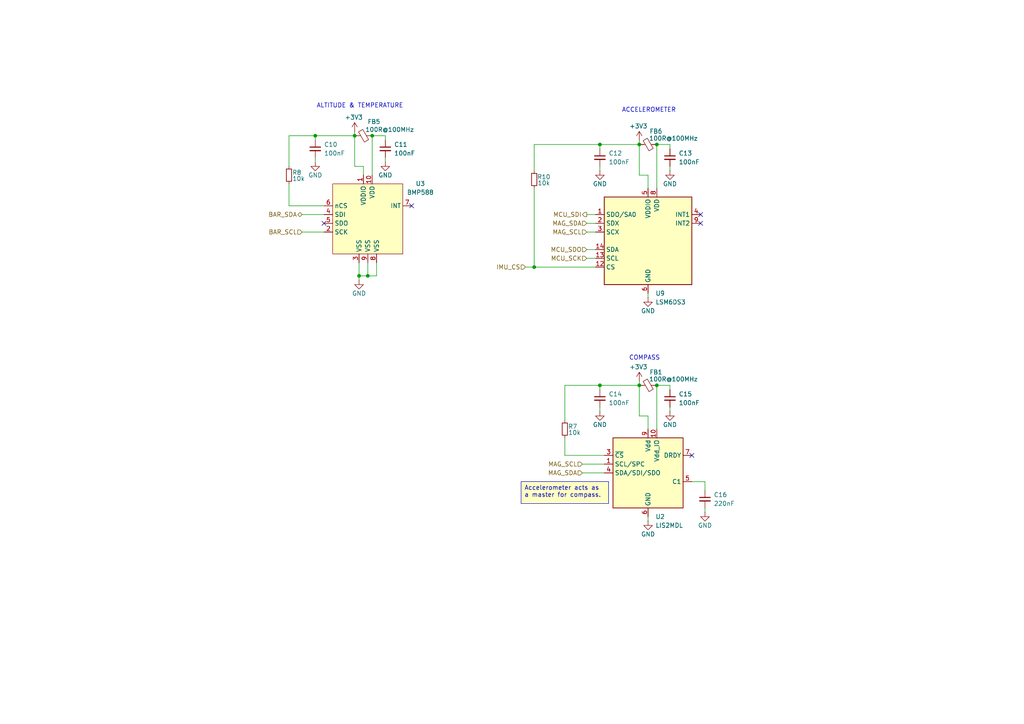
<source format=kicad_sch>
(kicad_sch (version 20250114) (generator "eeschema") (generator_version "9.0")
  (paper "A4")
  (lib_symbols
    (symbol "Device:C_Small" (pin_numbers (hide yes)) (pin_names (offset 0.254) (hide yes))
      (property "Reference" "C" (at 0.254 1.778 0))
      (property "Value" "C_Small" (at 0.254 -2.032 0))
      (symbol "C_Small_0_1"
        (polyline (pts (xy -1.524 0.508) (xy 1.524 0.508)) (stroke (width 0.3048)))
        (polyline (pts (xy -1.524 -0.508) (xy 1.524 -0.508)) (stroke (width 0.3302)))
      )
      (symbol "C_Small_1_1"
        (pin passive line (at 0 2.54 270) (length 2.032) (name "~") (number "1"))
        (pin passive line (at 0 -2.54 90) (length 2.032) (name "~") (number "2"))
      )
    )
    (symbol "Device:FerriteBead_Small" (pin_numbers (hide yes)) (pin_names (offset 0))
      (property "Reference" "FB" (at 1.905 1.27 0))
      (property "Value" "FerriteBead_Small" (at 1.905 -1.27 0))
      (symbol "FerriteBead_Small_0_1"
        (polyline (pts (xy -1.8288 0.2794) (xy -1.1176 1.4986) (xy 1.8288 -0.2032) (xy 1.1176 -1.4224) (xy -1.8288 0.2794)))
        (polyline (pts (xy 0 0.889) (xy 0 1.2954)))
        (polyline (pts (xy 0 -1.27) (xy 0 -0.7874)))
      )
      (symbol "FerriteBead_Small_1_1"
        (pin passive line (at 0 2.54 270) (length 1.27) (name "~") (number "1"))
        (pin passive line (at 0 -2.54 90) (length 1.27) (name "~") (number "2"))
      )
    )
    (symbol "Device:R_Small" (pin_numbers (hide yes)) (pin_names (offset 0.254) (hide yes))
      (property "Reference" "R" (at 0.762 0.508 0))
      (property "Value" "R_Small" (at 0.762 -1.016 0))
      (symbol "R_Small_0_1"
        (rectangle (start -0.762 1.778) (end 0.762 -1.778) (stroke (width 0.2032)))
      )
      (symbol "R_Small_1_1"
        (pin passive line (at 0 2.54 270) (length 0.762) (name "~") (number "1"))
        (pin passive line (at 0 -2.54 90) (length 0.762) (name "~") (number "2"))
      )
    )
    (symbol "Sensor_Magnetic:LIS2MDL"
      (property "Reference" "U" (at -8.89 11.43 0))
      (property "Value" "LIS2MDL" (at 7.62 11.43 0))
      (symbol "LIS2MDL_0_1"
        (rectangle (start -10.16 10.16) (end 10.16 -10.16) (stroke (width 0.254)) (fill (type background)))
      )
      (symbol "LIS2MDL_1_1"
        (pin input line (at -12.7 5.08 0) (length 2.54) (name "~{CS}") (number "3"))
        (pin input line (at -12.7 2.54 0) (length 2.54) (name "SCL/SPC") (number "1"))
        (pin bidirectional line (at -12.7 0 0) (length 2.54) (name "SDA/SDI/SDO") (number "4"))
        (pin no_connect line (at -10.16 -5.08 0) (length 2.54) (hide yes) (name "NC") (number "2"))
        (pin no_connect line (at -10.16 -7.62 0) (length 2.54) (hide yes) (name "NC") (number "11"))
        (pin power_in line (at 0 12.7 270) (length 2.54) (name "Vdd") (number "9"))
        (pin power_in line (at 0 -12.7 90) (length 2.54) (name "GND") (number "6"))
        (pin passive line (at 0 -12.7 90) (length 2.54) (hide yes) (name "GND") (number "8"))
        (pin power_in line (at 2.54 12.7 270) (length 2.54) (name "Vdd_IO") (number "10"))
        (pin no_connect line (at 10.16 -7.62 180) (length 2.54) (hide yes) (name "NC") (number "12"))
        (pin output line (at 12.7 5.08 180) (length 2.54) (name "DRDY") (number "7"))
        (pin power_out line (at 12.7 -2.54 180) (length 2.54) (name "C1") (number "5"))
      )
    )
    (symbol "Sensor_Motion:LSM6DS3"
      (property "Reference" "U" (at -11.43 15.24 0))
      (property "Value" "LSM6DS3" (at -11.43 12.7 0))
      (symbol "LSM6DS3_0_1"
        (rectangle (start -12.7 12.7) (end 12.7 -12.7) (stroke (width 0.254)) (fill (type background)))
      )
      (symbol "LSM6DS3_1_1"
        (pin bidirectional line (at -15.24 7.62 0) (length 2.54) (name "SDO/SA0") (number "1"))
        (pin bidirectional line (at -15.24 5.08 0) (length 2.54) (name "SDX") (number "2"))
        (pin input line (at -15.24 2.54 0) (length 2.54) (name "SCX") (number "3"))
        (pin bidirectional line (at -15.24 -2.54 0) (length 2.54) (name "SDA") (number "14"))
        (pin input line (at -15.24 -5.08 0) (length 2.54) (name "SCL") (number "13"))
        (pin input line (at -15.24 -7.62 0) (length 2.54) (name "CS") (number "12"))
        (pin power_in line (at 0 15.24 270) (length 2.54) (name "VDDIO") (number "5"))
        (pin power_in line (at 0 -15.24 90) (length 2.54) (name "GND") (number "6"))
        (pin passive line (at 0 -15.24 90) (length 2.54) (hide yes) (name "GND") (number "7"))
        (pin power_in line (at 2.54 15.24 270) (length 2.54) (name "VDD") (number "8"))
        (pin no_connect line (at 12.7 -2.54 180) (length 3.81) (hide yes) (name "NC") (number "11"))
        (pin no_connect line (at 12.7 -5.08 180) (length 3.81) (hide yes) (name "NC") (number "10"))
        (pin output line (at 15.24 7.62 180) (length 2.54) (name "INT1") (number "4"))
        (pin output line (at 15.24 5.08 180) (length 2.54) (name "INT2") (number "9"))
      )
    )
    (symbol "power:+5V" (power) (pin_numbers (hide yes)) (pin_names (offset 0) (hide yes))
      (property "Value" "+5V" (at 0 3.556 0))
      (symbol "+5V_0_1"
        (polyline (pts (xy -0.762 1.27) (xy 0 2.54)))
        (polyline (pts (xy 0 2.54) (xy 0.762 1.27)))
        (polyline (pts (xy 0 0) (xy 0 2.54)))
      )
      (symbol "+5V_1_1"
        (pin power_in line (at 0 0 90) (length 0) (name "~") (number "1"))
      )
    )
    (symbol "power:GND" (power) (pin_numbers (hide yes)) (pin_names (offset 0) (hide yes))
      (property "Value" "GND" (at 0 -3.81 0))
      (symbol "GND_0_1"
        (polyline (pts (xy 0 0) (xy 0 -1.27) (xy 1.27 -1.27) (xy 0 -2.54) (xy -1.27 -1.27) (xy 0 -1.27)))
      )
      (symbol "GND_1_1"
        (pin power_in line (at 0 0 270) (length 0) (name "~") (number "1"))
      )
    )
    (symbol "symbols:BMP580"
      (property "Reference" "U" (at 0 1.778 0))
      (property "Value" "BMP588" (at 3.048 0 0))
      (symbol "BMP580_0_0"
        (pin input line (at -2.54 -7.62 0) (length 2.54) (name "nCS") (number "6"))
        (pin bidirectional line (at -2.54 -10.16 0) (length 2.54) (name "SDI") (number "4"))
        (pin bidirectional line (at -2.54 -12.7 0) (length 2.54) (name "SDO") (number "5"))
        (pin input line (at -2.54 -15.24 0) (length 2.54) (name "SCK") (number "2"))
        (pin power_in line (at 7.62 -24.13 90) (length 2.54) (name "VSS") (number "3"))
        (pin power_in line (at 8.89 1.27 270) (length 2.54) (name "VDDIO") (number "1"))
        (pin power_in line (at 10.16 -24.13 90) (length 2.54) (name "VSS") (number "9"))
        (pin power_in line (at 11.43 1.27 270) (length 2.54) (name "VDD") (number "10"))
        (pin power_in line (at 12.7 -24.13 90) (length 2.54) (name "VSS") (number "8"))
        (pin output line (at 22.86 -7.62 180) (length 2.54) (name "INT") (number "7"))
      )
      (symbol "BMP580_0_1"
        (rectangle (start 0 -1.27) (end 20.32 -21.59) (fill (type color) (color 255 255 194 1)))
      )
    )
  )
  (text "ACCELEROMETER\n" (at 188.214 32.004 0) (effects (font (size 1.27 1.27))))
  (text "ALTITUDE & TEMPERATURE" (at 104.394 30.734 0) (effects (font (size 1.27 1.27))))
  (text "COMPASS\n" (at 186.944 103.886 0) (effects (font (size 1.27 1.27))))
  (text_box "Accelerometer acts as a master for compass." (at 151.13 139.7 0) (size 25.4 6.35) (margins 0.9525 0.9525 0.9525 0.9525) (fill (type color) (color 255 255 194 1)) (effects (font (size 1.27 1.27)) (justify left top)))
  (junction (at 107.95 39.37))
  (junction (at 102.87 39.37))
  (junction (at 185.42 111.76))
  (junction (at 190.5 111.76))
  (junction (at 104.14 80.01))
  (junction (at 190.5 41.91))
  (junction (at 185.42 41.91))
  (junction (at 106.68 80.01))
  (junction (at 173.99 41.91))
  (junction (at 173.99 111.76))
  (junction (at 154.94 77.47))
  (junction (at 91.44 39.37))
  (no_connect (at 119.38 59.69))
  (no_connect (at 200.66 132.08))
  (no_connect (at 203.2 62.23))
  (no_connect (at 203.2 64.77))
  (no_connect (at 93.98 64.77))
  (wire (pts (xy 173.99 111.76) (xy 185.42 111.76)))
  (wire (pts (xy 91.44 40.64) (xy 91.44 39.37)))
  (wire (pts (xy 163.83 121.92) (xy 163.83 111.76)))
  (wire (pts (xy 91.44 45.72) (xy 91.44 46.99)))
  (wire (pts (xy 87.63 67.31) (xy 93.98 67.31)))
  (wire (pts (xy 170.18 62.23) (xy 172.72 62.23)))
  (wire (pts (xy 106.68 80.01) (xy 104.14 80.01)))
  (wire (pts (xy 200.66 139.7) (xy 204.47 139.7)))
  (wire (pts (xy 187.96 149.86) (xy 187.96 151.13)))
  (wire (pts (xy 109.22 76.2) (xy 109.22 80.01)))
  (wire (pts (xy 185.42 110.49) (xy 185.42 111.76)))
  (wire (pts (xy 204.47 139.7) (xy 204.47 142.24)))
  (wire (pts (xy 102.87 39.37) (xy 102.87 48.26)))
  (wire (pts (xy 194.31 111.76) (xy 190.5 111.76)))
  (wire (pts (xy 187.96 50.8) (xy 185.42 50.8)))
  (wire (pts (xy 170.18 64.77) (xy 172.72 64.77)))
  (wire (pts (xy 194.31 113.03) (xy 194.31 111.76)))
  (wire (pts (xy 111.76 39.37) (xy 107.95 39.37)))
  (wire (pts (xy 163.83 132.08) (xy 175.26 132.08)))
  (wire (pts (xy 185.42 50.8) (xy 185.42 41.91)))
  (wire (pts (xy 187.96 120.65) (xy 187.96 124.46)))
  (wire (pts (xy 105.41 48.26) (xy 105.41 50.8)))
  (wire (pts (xy 194.31 43.18) (xy 194.31 41.91)))
  (wire (pts (xy 187.96 50.8) (xy 187.96 54.61)))
  (wire (pts (xy 172.72 72.39) (xy 170.18 72.39)))
  (wire (pts (xy 154.94 49.53) (xy 154.94 41.91)))
  (wire (pts (xy 185.42 120.65) (xy 185.42 111.76)))
  (wire (pts (xy 172.72 74.93) (xy 170.18 74.93)))
  (wire (pts (xy 83.82 59.69) (xy 93.98 59.69)))
  (wire (pts (xy 187.96 85.09) (xy 187.96 86.36)))
  (wire (pts (xy 194.31 118.11) (xy 194.31 119.38)))
  (wire (pts (xy 204.47 147.32) (xy 204.47 148.59)))
  (wire (pts (xy 173.99 41.91) (xy 185.42 41.91)))
  (wire (pts (xy 102.87 48.26) (xy 105.41 48.26)))
  (wire (pts (xy 173.99 48.26) (xy 173.99 49.53)))
  (wire (pts (xy 173.99 118.11) (xy 173.99 119.38)))
  (wire (pts (xy 168.91 134.62) (xy 175.26 134.62)))
  (wire (pts (xy 111.76 45.72) (xy 111.76 46.99)))
  (wire (pts (xy 154.94 41.91) (xy 173.99 41.91)))
  (wire (pts (xy 187.96 120.65) (xy 185.42 120.65)))
  (wire (pts (xy 107.95 39.37) (xy 107.95 50.8)))
  (wire (pts (xy 104.14 80.01) (xy 104.14 81.28)))
  (wire (pts (xy 173.99 43.18) (xy 173.99 41.91)))
  (wire (pts (xy 190.5 111.76) (xy 190.5 124.46)))
  (wire (pts (xy 83.82 59.69) (xy 83.82 53.34)))
  (wire (pts (xy 173.99 113.03) (xy 173.99 111.76)))
  (wire (pts (xy 168.91 137.16) (xy 175.26 137.16)))
  (wire (pts (xy 83.82 48.26) (xy 83.82 39.37)))
  (wire (pts (xy 152.4 77.47) (xy 154.94 77.47)))
  (wire (pts (xy 111.76 40.64) (xy 111.76 39.37)))
  (wire (pts (xy 194.31 41.91) (xy 190.5 41.91)))
  (wire (pts (xy 106.68 76.2) (xy 106.68 80.01)))
  (wire (pts (xy 163.83 127) (xy 163.83 132.08)))
  (wire (pts (xy 87.63 62.23) (xy 93.98 62.23)))
  (wire (pts (xy 91.44 39.37) (xy 102.87 39.37)))
  (wire (pts (xy 109.22 80.01) (xy 106.68 80.01)))
  (wire (pts (xy 83.82 39.37) (xy 91.44 39.37)))
  (wire (pts (xy 185.42 40.64) (xy 185.42 41.91)))
  (wire (pts (xy 163.83 111.76) (xy 173.99 111.76)))
  (wire (pts (xy 102.87 38.1) (xy 102.87 39.37)))
  (wire (pts (xy 194.31 48.26) (xy 194.31 49.53)))
  (wire (pts (xy 190.5 41.91) (xy 190.5 54.61)))
  (wire (pts (xy 154.94 54.61) (xy 154.94 77.47)))
  (wire (pts (xy 170.18 67.31) (xy 172.72 67.31)))
  (wire (pts (xy 104.14 76.2) (xy 104.14 80.01)))
  (wire (pts (xy 154.94 77.47) (xy 172.72 77.47)))
  (hierarchical_label "MAG_SCL" (shape input) (at 168.91 134.62 180))
  (hierarchical_label "MAG_SCL" (shape input) (at 170.18 67.31 180))
  (hierarchical_label "BAR_SDA" (shape bidirectional) (at 87.63 62.23 180))
  (hierarchical_label "IMU_CS" (shape input) (at 152.4 77.47 180))
  (hierarchical_label "MCU_SCK" (shape input) (at 170.18 74.93 180))
  (hierarchical_label "MAG_SDA" (shape input) (at 168.91 137.16 180))
  (hierarchical_label "MCU_SDI" (shape output) (at 170.18 62.23 180))
  (hierarchical_label "MAG_SDA" (shape input) (at 170.18 64.77 180))
  (hierarchical_label "BAR_SCL" (shape input) (at 87.63 67.31 180))
  (hierarchical_label "MCU_SDO" (shape input) (at 170.18 72.39 180))
  (symbol (lib_id "power:GND") (at 194.31 49.53 0) (mirror y) (unit 1)
    (property "Reference" "#PWR044" (effects (hide yes)))
    (property "Value" "GND" (at 194.31 53.34 0))
    (property "Description" "Power symbol creates a global label with name \"GND\" , ground" (effects (hide yes)))
  )
  (symbol (lib_id "Device:C_Small") (at 204.47 144.78 0) (unit 1)
    (property "Reference" "C16" (at 207.01 143.5162 0) (effects (justify left)))
    (property "Value" "220nF" (at 207.01 146.0562 0) (effects (justify left)))
    (property "Footprint" "Capacitor_SMD:C_0603_1608Metric" (effects (hide yes)))
    (property "Description" "Unpolarized capacitor, small symbol" (effects (hide yes)))
  )
  (symbol (lib_id "power:+5V") (at 102.87 38.1 0) (mirror y) (unit 1)
    (property "Reference" "#PWR023" (effects (hide yes)))
    (property "Value" "+3V3" (at 102.616 34.036 0))
    (property "Description" "Power symbol creates a global label with name \"+5V\"" (effects (hide yes)))
  )
  (symbol (lib_id "power:GND") (at 187.96 86.36 0) (mirror y) (unit 1)
    (property "Reference" "#PWR045" (effects (hide yes)))
    (property "Value" "GND" (at 187.96 90.17 0))
    (property "Description" "Power symbol creates a global label with name \"GND\" , ground" (effects (hide yes)))
  )
  (symbol (lib_id "Device:R_Small") (at 154.94 52.07 0) (mirror y) (unit 1)
    (property "Reference" "R10" (at 157.734 51.308 0))
    (property "Value" "10k" (at 157.734 53.086 0))
    (property "Footprint" "Resistor_SMD:R_0603_1608Metric" (effects (hide yes)))
    (property "Description" "Resistor, small symbol" (effects (hide yes)))
  )
  (symbol (lib_id "power:GND") (at 173.99 49.53 0) (mirror y) (unit 1)
    (property "Reference" "#PWR043" (effects (hide yes)))
    (property "Value" "GND" (at 173.99 53.34 0))
    (property "Description" "Power symbol creates a global label with name \"GND\" , ground" (effects (hide yes)))
  )
  (symbol (lib_id "power:+5V") (at 185.42 40.64 0) (mirror y) (unit 1)
    (property "Reference" "#PWR025" (effects (hide yes)))
    (property "Value" "+3V3" (at 185.166 36.576 0))
    (property "Description" "Power symbol creates a global label with name \"+5V\"" (effects (hide yes)))
  )
  (symbol (lib_id "Device:C_Small") (at 111.76 43.18 0) (unit 1)
    (property "Reference" "C11" (at 114.3 41.9162 0) (effects (justify left)))
    (property "Value" "100nF" (at 114.3 44.4562 0) (effects (justify left)))
    (property "Footprint" "Capacitor_SMD:C_0603_1608Metric" (effects (hide yes)))
    (property "Description" "Unpolarized capacitor, small symbol" (effects (hide yes)))
    (property "LCSC" "C14663" (effects (hide yes)))
  )
  (symbol (lib_id "power:GND") (at 104.14 81.28 0) (mirror y) (unit 1)
    (property "Reference" "#PWR042" (effects (hide yes)))
    (property "Value" "GND" (at 104.14 85.09 0))
    (property "Description" "Power symbol creates a global label with name \"GND\" , ground" (effects (hide yes)))
  )
  (symbol (lib_id "Device:C_Small") (at 91.44 43.18 0) (unit 1)
    (property "Reference" "C10" (at 93.98 41.9162 0) (effects (justify left)))
    (property "Value" "100nF" (at 93.98 44.4562 0) (effects (justify left)))
    (property "Footprint" "Capacitor_SMD:C_0603_1608Metric" (effects (hide yes)))
    (property "Description" "Unpolarized capacitor, small symbol" (effects (hide yes)))
    (property "LCSC" "C14663" (effects (hide yes)))
  )
  (symbol (lib_id "symbols:BMP580") (at 96.52 52.07 0) (unit 1)
    (property "Reference" "U3" (at 121.92 53.2698 0))
    (property "Value" "BMP588" (at 121.92 55.8098 0))
    (property "Datasheet" "https://lcsc.com/datasheet/lcsc_datasheet_2410121909_Bosch-Sensortec-BMP580_C22391138.pdf" (effects (hide yes)))
    (property "Description" "Pressure Sensor Altitude +-10cm" (effects (hide yes)))
  )
  (symbol (lib_id "Device:FerriteBead_Small") (at 105.41 39.37 270) (mirror x) (unit 1)
    (property "Reference" "FB5" (at 108.458 35.306 90))
    (property "Value" "100R@100MHz" (at 113.03 37.592 90))
    (property "Footprint" "Inductor_SMD:L_0603_1608Metric" (effects (hide yes)))
    (property "Description" "Ferrite bead, small symbol" (effects (hide yes)))
    (property "LCSC" "C1015" (effects (hide yes)))
  )
  (symbol (lib_id "Device:C_Small") (at 173.99 45.72 0) (unit 1)
    (property "Reference" "C12" (at 176.53 44.4562 0) (effects (justify left)))
    (property "Value" "100nF" (at 176.53 46.9962 0) (effects (justify left)))
    (property "Footprint" "Capacitor_SMD:C_0603_1608Metric" (effects (hide yes)))
    (property "Description" "Unpolarized capacitor, small symbol" (effects (hide yes)))
    (property "LCSC" "C14663" (effects (hide yes)))
  )
  (symbol (lib_id "power:GND") (at 204.47 148.59 0) (mirror y) (unit 1)
    (property "Reference" "#PWR08" (effects (hide yes)))
    (property "Value" "GND" (at 204.47 152.4 0))
    (property "Description" "Power symbol creates a global label with name \"GND\" , ground" (effects (hide yes)))
  )
  (symbol (lib_id "Device:R_Small") (at 163.83 124.46 0) (mirror y) (unit 1)
    (property "Reference" "R7" (at 166.116 123.698 0))
    (property "Value" "10k" (at 166.624 125.476 0))
    (property "Footprint" "Resistor_SMD:R_0603_1608Metric" (effects (hide yes)))
    (property "Description" "Resistor, small symbol" (effects (hide yes)))
  )
  (symbol (lib_id "Device:C_Small") (at 173.99 115.57 0) (unit 1)
    (property "Reference" "C14" (at 176.53 114.3062 0) (effects (justify left)))
    (property "Value" "100nF" (at 176.53 116.8462 0) (effects (justify left)))
    (property "Footprint" "Capacitor_SMD:C_0603_1608Metric" (effects (hide yes)))
    (property "Description" "Unpolarized capacitor, small symbol" (effects (hide yes)))
    (property "LCSC" "C14663" (effects (hide yes)))
  )
  (symbol (lib_id "Device:C_Small") (at 194.31 45.72 0) (unit 1)
    (property "Reference" "C13" (at 196.85 44.4562 0) (effects (justify left)))
    (property "Value" "100nF" (at 196.85 46.9962 0) (effects (justify left)))
    (property "Footprint" "Capacitor_SMD:C_0603_1608Metric" (effects (hide yes)))
    (property "Description" "Unpolarized capacitor, small symbol" (effects (hide yes)))
    (property "LCSC" "C14663" (effects (hide yes)))
  )
  (symbol (lib_id "Sensor_Magnetic:LIS2MDL") (at 187.96 137.16 0) (unit 1)
    (property "Reference" "U2" (at 190.1033 149.86 0) (effects (justify left)))
    (property "Value" "LIS2MDL" (at 190.1033 152.4 0) (effects (justify left)))
    (property "Footprint" "Package_LGA:LGA-12_2x2mm_P0.5mm" (effects (hide yes)))
    (property "Datasheet" "https://www.st.com/resource/en/datasheet/lis2mdl.pdf" (effects (hide yes)))
    (property "Description" "Ultra-low-power, 3-axis digital output magnetometer, LGA-12" (effects (hide yes)))
  )
  (symbol (lib_id "Device:FerriteBead_Small") (at 187.96 111.76 270) (mirror x) (unit 1)
    (property "Reference" "FB1" (at 190.246 107.95 90))
    (property "Value" "100R@100MHz" (at 195.326 109.982 90))
    (property "Footprint" "Inductor_SMD:L_0603_1608Metric" (effects (hide yes)))
    (property "Description" "Ferrite bead, small symbol" (effects (hide yes)))
    (property "LCSC" "C1015" (effects (hide yes)))
  )
  (symbol (lib_id "power:GND") (at 187.96 151.13 0) (mirror y) (unit 1)
    (property "Reference" "#PWR05" (effects (hide yes)))
    (property "Value" "GND" (at 187.96 154.94 0))
    (property "Description" "Power symbol creates a global label with name \"GND\" , ground" (effects (hide yes)))
  )
  (symbol (lib_id "Sensor_Motion:LSM6DS3") (at 187.96 69.85 0) (unit 1)
    (property "Reference" "U9" (at 190.1033 85.09 0) (effects (justify left)))
    (property "Value" "LSM6DS3" (at 190.1033 87.63 0) (effects (justify left)))
    (property "Footprint" "Package_LGA:LGA-14_3x2.5mm_P0.5mm_LayoutBorder3x4y" (effects (hide yes)))
    (property "Datasheet" "https://www.st.com/resource/en/datasheet/lsm6ds3tr-c.pdf" (effects (hide yes)))
    (property "Description" "I2C/SPI, iNEMO inertial module: always-on 3D accelerometer and 3D gyroscope" (effects (hide yes)))
  )
  (symbol (lib_id "Device:C_Small") (at 194.31 115.57 0) (unit 1)
    (property "Reference" "C15" (at 196.85 114.3062 0) (effects (justify left)))
    (property "Value" "100nF" (at 196.85 116.8462 0) (effects (justify left)))
    (property "Footprint" "Capacitor_SMD:C_0603_1608Metric" (effects (hide yes)))
    (property "Description" "Unpolarized capacitor, small symbol" (effects (hide yes)))
    (property "LCSC" "C14663" (effects (hide yes)))
  )
  (symbol (lib_id "power:GND") (at 194.31 119.38 0) (mirror y) (unit 1)
    (property "Reference" "#PWR04" (effects (hide yes)))
    (property "Value" "GND" (at 194.31 123.19 0))
    (property "Description" "Power symbol creates a global label with name \"GND\" , ground" (effects (hide yes)))
  )
  (symbol (lib_id "power:GND") (at 91.44 46.99 0) (mirror y) (unit 1)
    (property "Reference" "#PWR040" (effects (hide yes)))
    (property "Value" "GND" (at 91.44 50.8 0))
    (property "Description" "Power symbol creates a global label with name \"GND\" , ground" (effects (hide yes)))
  )
  (symbol (lib_id "Device:FerriteBead_Small") (at 187.96 41.91 270) (mirror x) (unit 1)
    (property "Reference" "FB6" (at 190.246 38.1 90))
    (property "Value" "100R@100MHz" (at 195.326 40.132 90))
    (property "Footprint" "Inductor_SMD:L_0603_1608Metric" (effects (hide yes)))
    (property "Description" "Ferrite bead, small symbol" (effects (hide yes)))
    (property "LCSC" "C1015" (effects (hide yes)))
  )
  (symbol (lib_id "Device:R_Small") (at 83.82 50.8 0) (mirror y) (unit 1)
    (property "Reference" "R8" (at 86.106 50.038 0))
    (property "Value" "10k" (at 86.614 51.816 0))
    (property "Footprint" "Resistor_SMD:R_0603_1608Metric" (effects (hide yes)))
    (property "Description" "Resistor, small symbol" (effects (hide yes)))
  )
  (symbol (lib_id "power:GND") (at 173.99 119.38 0) (mirror y) (unit 1)
    (property "Reference" "#PWR02" (effects (hide yes)))
    (property "Value" "GND" (at 173.99 123.19 0))
    (property "Description" "Power symbol creates a global label with name \"GND\" , ground" (effects (hide yes)))
  )
  (symbol (lib_id "power:GND") (at 111.76 46.99 0) (mirror y) (unit 1)
    (property "Reference" "#PWR041" (effects (hide yes)))
    (property "Value" "GND" (at 111.76 50.8 0))
    (property "Description" "Power symbol creates a global label with name \"GND\" , ground" (effects (hide yes)))
  )
  (symbol (lib_id "power:+5V") (at 185.42 110.49 0) (mirror y) (unit 1)
    (property "Reference" "#PWR03" (effects (hide yes)))
    (property "Value" "+3V3" (at 185.166 106.426 0))
    (property "Description" "Power symbol creates a global label with name \"+5V\"" (effects (hide yes)))
  )
)
</source>
